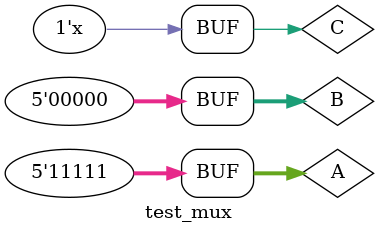
<source format=v>
`timescale 1ns / 1ps


module test_mux();
reg [4:0]A,B;
reg C;
wire [4:0]S;
mux m0(.A(A),.B(B),.C(C),.S(S));

initial begin
A=5'b11111;
B=5'b00000;
C=1'b0;
end

always begin
#20 C=~C;
end

endmodule


</source>
